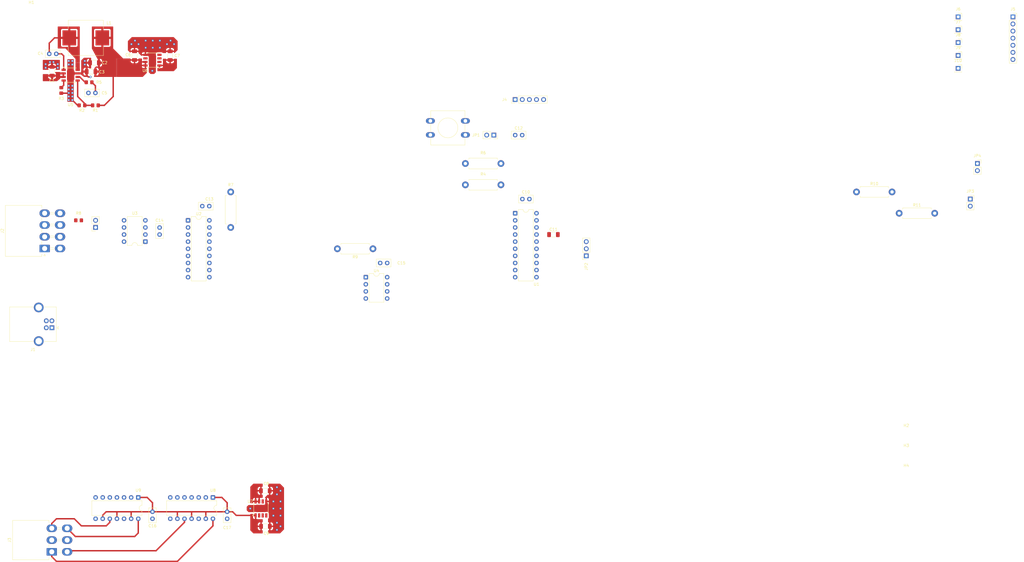
<source format=kicad_pcb>
(kicad_pcb (version 20241229) (generator "pcbnew") (generator_version "9.0")
  (layers (0 "F.Cu" signal) (2 "B.Cu" power) (13 "F.Paste" user) (15 "B.Paste" user) (5 "F.SilkS" user "F.Silkscreen") (7 "B.SilkS" user "B.Silkscreen") (1 "F.Mask" user) (3 "B.Mask" user) (25 "Edge.Cuts" user))
  (net 0 "")
  (net 1 "+12V")
  (net 2 "GND")
  (net 3 "+6.5V")
  (net 4 "Net-(U5-BST)")
  (net 5 "Net-(U5-SW)")
  (net 6 "Net-(C5-Pad2)")
  (net 7 "+5V")
  (net 8 "+5VA")
  (net 9 "Net-(U1-Vusb3v3)")
  (net 10 "Net-(JP1-A)")
  (net 12 "/USB_D+")
  (net 13 "VBUS")
  (net 15 "/USB_D-")
  (net 16 "/CAN_L")
  (net 17 "/Tach")
  (net 18 "/Speed")
  (net 19 "/CAN_H")
  (net 20 "/AN1")
  (net 21 "/AN4")
  (net 22 "/AN2")
  (net 23 "/AN3")
  (net 24 "/ICSP_~{MCLR}")
  (net 25 "/ICSP_CLK")
  (net 26 "/ICSP_DAT")
  (net 27 "/DAC1_~{CS}")
  (net 28 "/MISO")
  (net 29 "/ROM_~{CS}")
  (net 30 "/DAC2_~{CS}")
  (net 31 "/SCK")
  (net 32 "/MOSI")
  (net 33 "/CAN_~{CS}")
  (net 34 "/INT")
  (net 35 "Net-(JP5-B)")
  (net 36 "Net-(U5-FB)")
  (net 37 "Net-(U5-RT{slash}CLK)")
  (net 38 "/~{MCLR}")
  (net 39 "Net-(U5-COMP)")
  (net 41 "/CLK")
  (net 42 "/CAN_RX")
  (net 47 "/CAN_TX")
  (net 68 "/INT{slash}ICSP_CLK")
  (footprint "Connector_PinSocket_2.54mm:PinSocket_1x02_P2.54mm_Vertical" (layer "F.Cu") (at 55.88 134.62 180)
    (property "Reference" "JP5" (hide yes))
    (property "Value" "Term")
  )
  (footprint "Package_DIP:DIP-14_W7.62mm" (layer "F.Cu") (at 97.79 231.14 -90)
    (property "Reference" "U8")
    (property "Value" "MCP4912" (hide yes))
  )
  (footprint "Capacitor_THT:C_Disc_D5.0mm_W2.5mm_P2.50mm" (layer "F.Cu") (at 160.02 147.32 180)
    (property "Reference" "C15")
    (property "Value" "100n" (hide yes))
  )
  (footprint "Connector_PinSocket_2.54mm:PinSocket_1x02_P2.54mm_Vertical" (layer "F.Cu") (at 368.3 124.46)
    (property "Reference" "JP3")
    (property "Value" "USB_PWR")
  )
  (footprint "Capacitor_THT:C_Disc_D5.0mm_W2.5mm_P2.50mm" (layer "F.Cu") (at 93.98 127)
    (property "Reference" "C13")
    (property "Value" "100n" (hide yes))
  )
  (footprint "Connector_PinHeader_2.54mm:PinHeader_1x05_P2.54mm_Vertical" (layer "F.Cu") (at 205.74 88.9 90)
    (property "Reference" "J4")
    (property "Value" "ICSP")
  )
  (footprint "Capacitor_THT:C_Disc_D5.0mm_W2.5mm_P2.50mm" (layer "F.Cu") (at 76.2 236.26 -90)
    (property "Reference" "C16")
    (property "Value" "100n" (hide yes))
  )
  (footprint "Connector_PinSocket_2.54mm:PinSocket_1x03_P2.54mm_Vertical" (layer "F.Cu") (at 231.14 144.78 180)
    (property "Reference" "JP2")
    (property "Value" "Prog")
  )
  (footprint "Connector_PinSocket_2.54mm:PinSocket_1x07_P2.54mm_Vertical" (layer "F.Cu") (at 383.54 59.33)
    (property "Reference" "J5")
    (property "Value" "SPI debug")
  )
  (footprint "Resistor_SMD:R_0805_2012Metric_Pad1.20x1.40mm_HandSolder" (layer "F.Cu") (at 49.8 132.08 180)
    (property "Reference" "R8")
    (property "Value" "120" (hide yes))
  )
  (footprint "Resistor_SMD:R_0805_2012Metric_Pad1.20x1.40mm_HandSolder" (layer "F.Cu") (at 55.8165 90.9705)
    (property "Reference" "R1")
    (property "Value" "73k2" (hide yes))
  )
  (footprint "Connector_PinSocket_2.54mm:PinSocket_1x02_P2.54mm_Vertical" (layer "F.Cu") (at 198.12 101.6 -90)
    (property "Reference" "JP1")
    (property "Value" "~{Prog}")
  )
  (footprint "Capacitor_THT:C_Disc_D5.0mm_W2.5mm_P2.50mm" (layer "F.Cu") (at 39.3265 72.5555)
    (property "Reference" "C4")
    (property "Value" "100n" (hide yes))
  )
  (footprint "Capacitor_THT:C_Disc_D5.0mm_W2.5mm_P2.50mm" (layer "F.Cu") (at 205.74 101.6)
    (property "Reference" "C12")
    (property "Value" "100n" (hide yes))
  )
  (footprint "Capacitor_SMD:C_1206_3216Metric_Pad1.33x1.80mm_HandSolder" (layer "F.Cu") (at 219.4175 137.16)
    (property "Reference" "C11")
    (property "Value" "1u" (hide yes))
  )
  (footprint "Package_DIP:DIP-8_W7.62mm" (layer "F.Cu") (at 152.4 152.4)
    (property "Reference" "U4")
    (property "Value" "25LC160C" (hide yes))
  )
  (footprint "Resistor_THT:R_Axial_DIN0411_L9.9mm_D3.6mm_P12.70mm_Horizontal" (layer "F.Cu") (at 327.66 121.92)
    (property "Reference" "R10")
    (property "Value" "10k")
  )
  (footprint "Capacitor_SMD:C_1206_3216Metric_Pad1.33x1.80mm_HandSolder" (layer "F.Cu") (at 69.7865 73.1905 90)
    (property "Reference" "C6")
    (property "Value" "22u" (hide yes))
  )
  (footprint "Connector_PinSocket_2.54mm:PinSocket_1x01_P2.54mm_Vertical" (layer "F.Cu") (at 363.97 73.13)
    (property "Reference" "J9")
    (property "Value" "Conn_01x01_Socket")
  )
  (footprint "Capacitor_THT:C_Disc_D5.0mm_W2.5mm_P2.50mm" (layer "F.Cu") (at 53.3165 86.5255)
    (property "Reference" "C5")
    (property "Value" "100n" (hide yes))
  )
  (footprint "Resistor_SMD:R_0805_2012Metric_Pad1.20x1.40mm_HandSolder" (layer "F.Cu") (at 43.6245 85.6205 -90)
    (property "Reference" "R3")
    (property "Value" "50k" (hide yes))
  )
  (footprint "Button_Switch_THT:SW_PUSH-12mm" (layer "F.Cu") (at 175.46 96.52)
    (property "Reference" "SW1" (hide yes))
    (property "Value" "Reset")
  )
  (footprint "Resistor_SMD:R_0805_2012Metric_Pad1.20x1.40mm_HandSolder" (layer "F.Cu") (at 51.0065 90.9705)
    (property "Reference" "R2")
    (property "Value" "10k" (hide yes))
  )
  (footprint "Connector_PinSocket_2.54mm:PinSocket_1x01_P2.54mm_Vertical" (layer "F.Cu") (at 363.97 63.93)
    (property "Reference" "J7")
    (property "Value" "Conn_01x01_Socket")
  )
  (footprint "Connector_Molex:Molex_Mini-Fit_Jr_5569-06A2_2x03_P4.20mm_Horizontal" (layer "F.Cu") (at 40.22 250.58 90)
    (property "Reference" "J3")
    (property "Value" "Analog")
  )
  (footprint "Resistor_THT:R_Axial_DIN0411_L9.9mm_D3.6mm_P12.70mm_Horizontal" (layer "F.Cu") (at 342.9 129.54)
    (property "Reference" "R11")
    (property "Value" "10k")
  )
  (footprint "Connector_Molex:Molex_Mini-Fit_Jr_5569-08A2_2x04_P4.20mm_Horizontal" (layer "F.Cu") (at 37.68 142.14 90)
    (property "Reference" "J2")
    (property "Value" "Conn_02x04_Top_Bottom" (hide yes))
  )
  (footprint "Capacitor_THT:C_Disc_D5.0mm_W2.5mm_P2.50mm" (layer "F.Cu") (at 78.74 137.16 90)
    (property "Reference" "C14")
    (property "Value" "100n" (hide yes))
  )
  (footprint "Resistor_SMD:R_0805_2012Metric_Pad1.20x1.40mm_HandSolder" (layer "F.Cu") (at 53.5465 82.7155 180)
    (property "Reference" "R5")
    (property "Value" "12k" (hide yes))
  )
  (footprint "Package_DIP:DIP-14_W7.62mm" (layer "F.Cu") (at 71.12 231.14 -90)
    (property "Reference" "U9")
    (property "Value" "MCP4912" (hide yes))
  )
  (footprint "Connector_USB:USB_B_OST_USB-B1HSxx_Horizontal" (layer "F.Cu") (at 40.27 170.49 180)
    (property "Reference" "J1")
    (property "Value" "USB_B")
  )
  (footprint "Capacitor_SMD:C_1206_3216Metric_Pad1.33x1.80mm_HandSolder" (layer "F.Cu") (at 116.4975 228.75875)
    (property "Reference" "C8")
    (property "Value" "22u" (hide yes))
  )
  (footprint "MountingHole:MountingHole_3.2mm_M3_DIN965" (layer "F.Cu") (at 345.44 209.22)
    (property "Reference" "H2")
    (property "Value" "MountingHole")
  )
  (footprint "MountingHole:MountingHole_3.2mm_M3_DIN965" (layer "F.Cu") (at 345.44 216.37)
    (property "Reference" "H3")
    (property "Value" "MountingHole")
  )
  (footprint "Package_SO:Diodes_SO-8EP" (layer "F.Cu") (at 114.935 235.06625 90)
    (property "Reference" "U7")
    (property "Value" "AP7375Q" (hide yes))
  )
  (footprint "Connector_PinSocket_2.54mm:PinSocket_1x01_P2.54mm_Vertical" (layer "F.Cu") (at 363.97 77.73)
    (property "Reference" "J10")
    (property "Value" "Conn_01x01_Socket")
  )
  (footprint "MountingHole:MountingHole_3.2mm_M3_DIN965" (layer "F.Cu") (at 345.44 223.52)
    (property "Reference" "H4")
    (property "Value" "MountingHole")
  )
  (footprint "Connector_PinSocket_2.54mm:PinSocket_1x02_P2.54mm_Vertical" (layer "F.Cu") (at 370.84 111.76)
    (property "Reference" "JP4")
    (property "Value" "USB_PWR")
  )
  (footprint "Capacitor_SMD:C_1206_3216Metric_Pad1.33x1.80mm_HandSolder" (layer "F.Cu") (at 40.3225 78.7785 90)
    (property "Reference" "C1")
    (property "Value" "22u" (hide yes))
  )
  (footprint "Connector_PinSocket_2.54mm:PinSocket_1x01_P2.54mm_Vertical" (layer "F.Cu") (at 363.97 59.33)
    (property "Reference" "J6")
    (property "Value" "Conn_01x01_Socket")
  )
  (footprint "Package_DIP:DIP-20_W7.62mm" (layer "F.Cu") (at 205.74 129.54)
    (property "Reference" "U1")
    (property "Value" "PIC16F1459-IP" (hide yes))
  )
  (footprint "Package_SO:Diodes_SO-8EP" (layer "F.Cu") (at 46.969 80.1755)
    (property "Reference" "U5")
    (property "Value" "AP64100Q" (hide yes))
  )
  (footprint "Resistor_THT:R_Axial_DIN0411_L9.9mm_D3.6mm_P12.70mm_Horizontal" (layer "F.Cu") (at 154.94 142.24 180)
    (property "Reference" "R9")
    (property "Value" "10k")
  )
  (footprint "Inductor_SMD:L_Wuerth_WE-PD-Typ-LS_Handsoldering" (layer "F.Cu") (at 52.3875 66.8405)
    (property "Reference" "L1")
    (property "Value" "15u" (hide yes))
  )
  (footprint "Package_DIP:DIP-18_W7.62mm" (layer "F.Cu") (at 88.9 132.08)
    (property "Reference" "U2")
    (property "Value" "MCP2515-I/P" (hide yes))
  )
  (footprint "Capacitor_SMD:C_1206_3216Metric_Pad1.33x1.80mm_HandSolder" (layer "F.Cu") (at 54.254 78.9055)
    (property "Reference" "C3")
    (property "Value" "22u" (hide yes))
  )
  (footprint "Resistor_THT:R_Axial_DIN0411_L9.9mm_D3.6mm_P12.70mm_Horizontal" (layer "F.Cu") (at 104.14 121.92 -90)
    (property "Reference" "R7")
    (property "Value" "10k" (hide yes))
  )
  (footprint "Capacitor_THT:C_Disc_D5.0mm_W2.5mm_P2.50mm" (layer "F.Cu") (at 208.32 124.46)
    (property "Reference" "C10")
    (property "Value" "100n" (hide yes))
  )
  (footprint "Capacitor_SMD:C_1206_3216Metric_Pad1.33x1.80mm_HandSolder" (layer "F.Cu") (at 55.474 75.7305)
    (property "Reference" "C2")
    (property "Value" "22u" (hide yes))
  )
  (footprint "Connector_PinSocket_2.54mm:PinSocket_1x01_P2.54mm_Vertical" (layer "F.Cu") (at 363.97 68.53)
    (property "Reference" "J8")
    (property "Value" "Conn_01x01_Socket")
  )
  (footprint "Resistor_THT:R_Axial_DIN0411_L9.9mm_D3.6mm_P12.70mm_Horizontal" (layer "F.Cu") (at 200.66 111.76 180)
    (property "Reference" "R6")
    (property "Value" "10k" (hide yes))
  )
  (footprint "Capacitor_SMD:C_1206_3216Metric_Pad1.33x1.80mm_HandSolder" (layer "F.Cu") (at 116.5475 241.45875)
    (property "Reference" "C9")
    (property "Value" "22u" (hide yes))
  )
  (footprint "MountingHole:MountingHole_3.2mm_M3_DIN965" (layer "F.Cu") (at 32.9565 57.9505)
    (property "Reference" "H1")
    (property "Value" "MountingHole")
  )
  (footprint "Package_DIP:DIP-8_W7.62mm" (layer "F.Cu") (at 73.66 139.7 180)
    (property "Reference" "U3")
    (property "Value" "MCP2561-E-P" (hide yes))
  )
  (footprint "Capacitor_THT:C_Disc_D5.0mm_W2.5mm_P2.50mm" (layer "F.Cu") (at 102.87 236.26 -90)
    (property "Reference" "C17")
    (property "Value" "100n" (hide yes))
  )
  (footprint "Capacitor_SMD:C_1206_3216Metric_Pad1.33x1.80mm_HandSolder" (layer "F.Cu") (at 82.4865 73.1905 90)
    (property "Reference" "C7")
    (property "Value" "22u" (hide yes))
  )
  (footprint "Package_SO:Diodes_SO-8EP" (layer "F.Cu") (at 76.179 74.803 180)
    (property "Reference" "U6")
    (property "Value" "AP7375Q" (hide yes))
  )
  (footprint "Resistor_THT:R_Axial_DIN0411_L9.9mm_D3.6mm_P12.70mm_Horizontal" (layer "F.Cu") (at 187.96 119.38)
    (property "Reference" "R4")
    (property "Value" "220" (hide yes))
  )
  (segment (start 49.4665 90.9705) (end 47.5615 89.0655) (width 0.508) (layer "F.Cu") (net 2))
  (segment (start 54.0385 80.8105) (end 53.2765 80.8105) (width 0.508) (layer "F.Cu") (net 2))
  (segment (start 46.1965 86.6205) (end 46.2915 86.5255) (width 0.508) (layer "F.Cu") (net 2))
  (segment (start 53.2765 80.8105) (end 52.6915 80.2255) (width 0.508) (layer "F.Cu") (net 2))
  (segment (start 52.6915 80.2255) (end 52.6915 78.9055) (width 0.508) (layer "F.Cu") (net 2))
  (segment (start 50.0065 90.9705) (end 49.4665 90.9705) (width 0.508) (layer "F.Cu") (net 2))
  (segment (start 43.6245 86.6205) (end 46.1965 86.6205) (width 0.508) (layer "F.Cu") (net 2))
  (via (at 121.92 232.56875) (size 0.8128) (drill 0.4) (layers "F.Cu" "B.Cu") (net 2))
  (via (at 39.5605 75.4765) (size 0.8128) (drill 0.4) (layers "F.Cu" "B.Cu") (net 2))
  (via (at 47.5615 89.0655) (size 0.8128) (drill 0.4) (layers "F.Cu" "B.Cu") (net 2))
  (via (at 76.29525 70.358) (size 0.8128) (drill 0.4) (layers "F.Cu" "B.Cu") (net 2))
  (via (at 46.2915 89.0655) (size 0.8128) (drill 0.4) (layers "F.Cu" "B.Cu") (net 2))
  (via (at 120.65 227.48875) (size 0.8128) (drill 0.4) (layers "F.Cu" "B.Cu") (net 2))
  (via (at 46.2915 76.3655) (size 0.8128) (drill 0.4) (layers "F.Cu" "B.Cu") (net 2))
  (via (at 68.67525 69.088) (size 0.8128) (drill 0.4) (layers "F.Cu" "B.Cu") (net 2))
  (via (at 119.38 232.56875) (size 0.8128) (drill 0.4) (layers "F.Cu" "B.Cu") (net 2))
  (via (at 78.83525 67.818) (size 0.8128) (drill 0.4) (layers "F.Cu" "B.Cu") (net 2))
  (via (at 46.2915 85.2555) (size 0.8128) (drill 0.4) (layers "F.Cu" "B.Cu") (net 2))
  (via (at 78.83525 70.358) (size 0.8128) (drill 0.4) (layers "F.Cu" "B.Cu") (net 2))
  (via (at 120.65 242.72875) (size 0.8128) (drill 0.4) (layers "F.Cu" "B.Cu") (net 2))
  (via (at 52.0065 75.0955) (size 0.8128) (drill 0.4) (layers "F.Cu" "B.Cu") (net 2))
  (via (at 83.91525 69.088) (size 0.8128) (drill 0.4) (layers "F.Cu" "B.Cu") (net 2))
  (via (at 47.5615 76.3655) (size 0.8128) (drill 0.4) (layers "F.Cu" "B.Cu") (net 2))
  (via (at 121.92 241.45875) (size 0.8128) (drill 0.4) (layers "F.Cu" "B.Cu") (net 2))
  (via (at 73.75525 70.358) (size 0.8128) (drill 0.4) (layers "F.Cu" "B.Cu") (net 2))
  (via (at 47.5615 87.7955) (size 0.8128) (drill 0.4) (layers "F.Cu" "B.Cu") (net 2))
  (via (at 120.65 240.18875) (size 0.8128) (drill 0.4) (layers "F.Cu" "B.Cu") (net 2))
  (via (at 38.0365 77.5085) (size 0.8128) (drill 0.4) (layers "F.Cu" "B.Cu") (net 2))
  (via (at 71.21525 69.088) (size 0.8128) (drill 0.4) (layers "F.Cu" "B.Cu") (net 2))
  (via (at 120.65 230.02875) (size 0.8128) (drill 0.4) (layers "F.Cu" "B.Cu") (net 2))
  (via (at 47.5615 86.5255) (size 0.8128) (drill 0.4) (layers "F.Cu" "B.Cu") (net 2))
  (via (at 54.0385 80.8105) (size 0.8128) (drill 0.4) (layers "F.Cu" "B.Cu") (net 2))
  (via (at 38.0365 76.2385) (size 0.8128) (drill 0.4) (layers "F.Cu" "B.Cu") (net 2))
  (via (at 119.38 237.64875) (size 0.8128) (drill 0.4) (layers "F.Cu" "B.Cu") (net 2))
  (via (at 47.5615 85.2555) (size 0.8128) (drill 0.4) (layers "F.Cu" "B.Cu") (net 2))
  (via (at 119.38 235.10875) (size 0.8128) (drill 0.4) (layers "F.Cu" "B.Cu") (net 2))
  (via (at 76.29525 67.818) (size 0.8128) (drill 0.4) (layers "F.Cu" "B.Cu") (net 2))
  (via (at 121.92 228.75875) (size 0.8128) (drill 0.4) (layers "F.Cu" "B.Cu") (net 2))
  (via (at 52.0065 76.3655) (size 0.8128) (drill 0.4) (layers "F.Cu" "B.Cu") (net 2))
  (via (at 42.3545 76.2385) (size 0.8128) (drill 0.4) (layers "F.Cu" "B.Cu") (net 2))
  (via (at 46.2915 87.7955) (size 0.8128) (drill 0.4) (layers "F.Cu" "B.Cu") (net 2))
  (via (at 42.3545 77.5085) (size 0.8128) (drill 0.4) (layers "F.Cu" "B.Cu") (net 2))
  (via (at 121.92 235.10875) (size 0.8128) (drill 0.4) (layers "F.Cu" "B.Cu") (net 2))
  (via (at 46.2915 86.5255) (size 0.8128) (drill 0.4) (layers "F.Cu" "B.Cu") (net 2))
  (via (at 82.64525 67.818) (size 0.8128) (drill 0.4) (layers "F.Cu" "B.Cu") (net 2))
  (via (at 69.94525 67.818) (size 0.8128) (drill 0.4) (layers "F.Cu" "B.Cu") (net 2))
  (via (at 40.8305 75.4765) (size 0.8128) (drill 0.4) (layers "F.Cu" "B.Cu") (net 2))
  (via (at 76.1365 78.613) (size 0.8128) (drill 0.4) (layers "F.Cu" "B.Cu") (net 2))
  (via (at 46.2915 83.9855) (size 0.8128) (drill 0.4) (layers "F.Cu" "B.Cu") (net 2))
  (via (at 46.2915 75.0955) (size 0.8128) (drill 0.4) (layers "F.Cu" "B.Cu") (net 2))
  (via (at 121.92 237.64875) (size 0.8128) (drill 0.4) (layers "F.Cu" "B.Cu") (net 2))
  (via (at 47.5615 83.9855) (size 0.8128) (drill 0.4) (layers "F.Cu" "B.Cu") (net 2))
  (via (at 81.37525 69.088) (size 0.8128) (drill 0.4) (layers "F.Cu" "B.Cu") (net 2))
  (via (at 73.75525 67.818) (size 0.8128) (drill 0.4) (layers "F.Cu" "B.Cu") (net 2))
  (via (at 111.125 235.10875) (size 0.8128) (drill 0.4) (layers "F.Cu" "B.Cu") (net 2))
  (via (at 47.5615 75.0955) (size 0.8128) (drill 0.4) (layers "F.Cu" "B.Cu") (net 2))
  (segment (start 60.8965 78.9055) (end 55.8165 78.9055) (width 0.508) (layer "F.Cu") (net 3))
  (segment (start 62.1665 87.7955) (end 62.1665 80.1755) (width 0.508) (layer "F.Cu") (net 3))
  (segment (start 62.1665 80.1755) (end 60.8965 78.9055) (width 0.508) (layer "F.Cu") (net 3))
  (segment (start 56.8165 90.9705) (end 58.9915 90.9705) (width 0.508) (layer "F.Cu") (net 3))
  (segment (start 58.9915 90.9705) (end 62.1665 87.7955) (width 0.508) (layer "F.Cu") (net 3))
  (segment (start 44.4715 78.2705) (end 44.4715 73.2755) (width 0.508) (layer "F.Cu") (net 4))
  (segment (start 44.4715 73.2755) (end 43.7515 72.5555) (width 0.508) (layer "F.Cu") (net 4))
  (segment (start 43.7515 72.5555) (end 41.8265 72.5555) (width 0.508) (layer "F.Cu") (net 4))
  (segment (start 39.3265 72.5555) (end 39.3265 68.7255) (width 0.508) (layer "F.Cu") (net 5))
  (segment (start 41.2115 66.8405) (end 46.4875 66.8405) (width 0.508) (layer "F.Cu") (net 5))
  (segment (start 39.3265 68.7255) (end 41.2115 66.8405) (width 0.508) (layer "F.Cu") (net 5))
  (segment (start 55.8165 83.9855) (end 54.5465 82.7155) (width 0.508) (layer "F.Cu") (net 6))
  (segment (start 55.8165 86.5255) (end 55.8165 83.9855) (width 0.508) (layer "F.Cu") (net 6))
  (segment (start 90.17 238.76) (end 90.17 236.26) (width 0.508) (layer "F.Cu") (net 8))
  (segment (start 95.25 238.76) (end 95.25 236.26) (width 0.508) (layer "F.Cu") (net 8))
  (segment (start 85.09 236.26) (end 76.2 236.26) (width 0.508) (layer "F.Cu") (net 8))
  (segment (start 113.03 237.56375) (end 106.11875 237.56375) (width 0.508) (layer "F.Cu") (net 8))
  (segment (start 100.965 231.14) (end 102.87 233.045) (width 0.508) (layer "F.Cu") (net 8))
  (segment (start 68.58 238.76) (end 68.58 236.26) (width 0.508) (layer "F.Cu") (net 8))
  (segment (start 102.87 236.26) (end 95.25 236.26) (width 0.508) (layer "F.Cu") (net 8))
  (segment (start 102.87 233.045) (end 102.87 236.26) (width 0.508) (layer "F.Cu") (net 8))
  (segment (start 71.12 231.14) (end 74.295 231.14) (width 0.508) (layer "F.Cu") (net 8))
  (segment (start 97.79 231.14) (end 100.965 231.14) (width 0.508) (layer "F.Cu") (net 8))
  (segment (start 90.17 236.26) (end 85.09 236.26) (width 0.508) (layer "F.Cu") (net 8))
  (segment (start 74.295 231.14) (end 76.2 233.045) (width 0.508) (layer "F.Cu") (net 8))
  (segment (start 58.42 237.49) (end 58.42 238.76) (width 0.508) (layer "F.Cu") (net 8))
  (segment (start 63.5 236.26) (end 59.65 236.26) (width 0.508) (layer "F.Cu") (net 8))
  (segment (start 95.25 236.26) (end 90.17 236.26) (width 0.508) (layer "F.Cu") (net 8))
  (segment (start 76.2 236.26) (end 68.58 236.26) (width 0.508) (layer "F.Cu") (net 8))
  (segment (start 68.58 236.26) (end 63.5 236.26) (width 0.508) (layer "F.Cu") (net 8))
  (segment (start 106.11875 237.56375) (end 104.815 236.26) (width 0.508) (layer "F.Cu") (net 8))
  (segment (start 85.09 238.76) (end 85.09 236.26) (width 0.508) (layer "F.Cu") (net 8))
  (segment (start 104.815 236.26) (end 102.87 236.26) (width 0.508) (layer "F.Cu") (net 8))
  (segment (start 59.65 236.26) (end 58.42 237.49) (width 0.508) (layer "F.Cu") (net 8))
  (segment (start 63.5 238.76) (end 63.5 236.26) (width 0.508) (layer "F.Cu") (net 8))
  (segment (start 76.2 233.045) (end 76.2 236.26) (width 0.508) (layer "F.Cu") (net 8))
  (segment (start 97.79 238.76) (end 97.79 241.3) (width 0.508) (layer "F.Cu") (net 20))
  (segment (start 85.09 254) (end 41.91 254) (width 0.508) (layer "F.Cu") (net 20))
  (segment (start 40.22 252.31) (end 40.22 250.58) (width 0.508) (layer "F.Cu") (net 20))
  (segment (start 41.91 254) (end 40.22 252.31) (width 0.508) (layer "F.Cu") (net 20))
  (segment (start 97.79 241.3) (end 85.09 254) (width 0.508) (layer "F.Cu") (net 20))
  (segment (start 48.26 238.76) (end 41.91 238.76) (width 0.508) (layer "F.Cu") (net 21))
  (segment (start 50.8 241.3) (end 48.26 238.76) (width 0.508) (layer "F.Cu") (net 21))
  (segment (start 41.91 238.76) (end 40.22 240.45) (width 0.508) (layer "F.Cu") (net 21))
  (segment (start 60.96 240.03) (end 59.69 241.3) (width 0.508) (layer "F.Cu") (net 21))
  (segment (start 40.22 240.45) (end 40.22 242.18) (width 0.508) (layer "F.Cu") (net 21))
  (segment (start 59.69 241.3) (end 50.8 241.3) (width 0.508) (layer "F.Cu") (net 21))
  (segment (start 60.96 238.76) (end 60.96 240.03) (width 0.508) (layer "F.Cu") (net 21))
  (segment (start 87.63 238.76) (end 87.63 240.03) (width 0.508) (layer "F.Cu") (net 22))
  (segment (start 46.11 250.19) (end 45.72 250.58) (width 0.508) (layer "F.Cu") (net 22))
  (segment (start 87.63 240.03) (end 77.47 250.19) (width 0.508) (layer "F.Cu") (net 22))
  (segment (start 77.47 250.19) (end 46.11 250.19) (width 0.508) (layer "F.Cu") (net 22))
  (segment (start 69.85 245.11) (end 48.65 245.11) (width 0.508) (layer "F.Cu") (net 23))
  (segment (start 71.12 238.76) (end 71.12 243.84) (width 0.508) (layer "F.Cu") (net 23))
  (segment (start 48.65 245.11) (end 45.72 242.18) (width 0.508) (layer "F.Cu") (net 23))
  (segment (start 71.12 243.84) (end 69.85 245.11) (width 0.508) (layer "F.Cu") (net 23))
  (segment (start 49.4665 87.7955) (end 52.0065 90.3355) (width 0.508) (layer "F.Cu") (net 36))
  (segment (start 52.0065 90.9705) (end 54.8165 90.9705) (width 0.508) (layer "F.Cu") (net 36))
  (segment (start 49.4665 82.0805) (end 49.4665 87.7955) (width 0.508) (layer "F.Cu") (net 36))
  (segment (start 52.0065 90.3355) (end 52.0065 90.9705) (width 0.508) (layer "F.Cu") (net 36))
  (segment (start 44.4715 83.7735) (end 43.6245 84.6205) (width 0.508) (layer "F.Cu") (net 37))
  (segment (start 44.4715 82.0805) (end 44.4715 83.7735) (width 0.508) (layer "F.Cu") (net 37))
  (segment (start 50.2285 80.8105) (end 52.1335 82.7155) (width 0.508) (layer "F.Cu") (net 39))
  (segment (start 52.1335 82.7155) (end 52.5465 82.7155) (width 0.508) (layer "F.Cu") (net 39))
  (segment (start 49.4665 80.8105) (end 50.2285 80.8105) (width 0.508) (layer "F.Cu") (net 39))
  (zone (net 7) (net_name "+5V") (layer "F.Cu") (priority 9) (connect_pads (clearance 0.5)) (min_thickness 0.25) (fill yes (thermal_gap 0.508) (thermal_bridge_width 0.508) (island_removal_mode 1) (island_area_min 9.999999))
    (polygon (pts (xy 84.93125 74.295) (xy 84.93125 77.62875) (xy 83.82 78.74) (xy 77.94625 78.74) (xy 77.94625 76.2) (xy 79.85125 76.2) (xy 79.85125 74.295)))
  )
  (zone (net 2) (net_name "GND") (layer "F.Cu") (priority 7) (connect_pads yes (clearance 0.5)) (min_thickness 0.25) (fill yes (thermal_gap 0.508) (thermal_bridge_width 0.762) (island_removal_mode 1) (island_area_min 9.999999))
    (polygon (pts (xy 109.855 235.74375) (xy 110.49 236.37875) (xy 120.65 236.37875) (xy 120.65 231.29875) (xy 116.205 231.29875) (xy 116.205 233.83875) (xy 110.49 233.83875) (xy 109.855 234.47375)))
  )
  (zone (net 5) (net_name "Net-(U5-SW)") (layer "F.Cu") (priority 4) (connect_pads (clearance 0.5)) (min_thickness 0.25) (fill yes (thermal_gap 0.508) (thermal_bridge_width 0.762) (island_removal_mode 1) (island_area_min 9.999999))
    (polygon (pts (xy 48.7045 75.7305) (xy 48.7045 74.343269) (xy 45.1485 70.6505) (xy 42.3545 70.6505) (xy 42.3545 62.7765) (xy 50.2285 62.7765) (xy 50.2285 75.7305)))
  )
  (zone (net 2) (net_name "GND") (layer "F.Cu") (priority 8) (connect_pads (clearance 0.5)) (min_thickness 0.25) (fill yes (thermal_gap 0.508) (thermal_bridge_width 0.508) (island_removal_mode 1) (island_area_min 9.999999))
    (polygon (pts (xy 84.113688 72.263) (xy 85.18525 71.191438) (xy 85.18525 67.97675) (xy 83.7565 66.548) (xy 68.834 66.548) (xy 67.40525 67.97675) (xy 67.40525 71.3105) (xy 68.35775 72.263) (xy 71.21525 72.263) (xy 72.48525 73.533) (xy 74.39025 73.533) (xy 74.39025 72.263)))
  )
  (zone (net 2) (net_name "GND") (layer "F.Cu") (connect_pads (clearance 0.5)) (min_thickness 0.25) (fill yes (thermal_gap 0.508) (thermal_bridge_width 0.762) (island_removal_mode 1) (island_area_min 9.999999))
    (polygon (pts (xy 37.0205 78.2705) (xy 37.0205 74.7145) (xy 43.1165 74.7145) (xy 43.1165 78.2705)))
  )
  (zone (net 2) (net_name "GND") (layer "F.Cu") (priority 7) (connect_pads yes (clearance 0.5)) (min_thickness 0.25) (fill yes (thermal_gap 0.508) (thermal_bridge_width 0.762) (island_removal_mode 1) (island_area_min 9.999999))
    (polygon (pts (xy 76.7715 79.756) (xy 77.4065 79.121) (xy 77.4065 68.961) (xy 72.3265 68.961) (xy 72.3265 73.406) (xy 74.8665 73.406) (xy 74.8665 79.121) (xy 75.5015 79.756)))
  )
  (zone (net 3) (net_name "+6.5V") (layer "F.Cu") (priority 10) (connect_pads (clearance 0.5)) (min_thickness 0.25) (fill yes (thermal_gap 0.508) (thermal_bridge_width 0.508) (island_removal_mode 1) (island_area_min 9.999999))
    (polygon (pts (xy 63.4365 74.2065) (xy 72.5805 74.2065) (xy 72.5805 74.7145) (xy 74.2315 74.7145) (xy 74.2315 79.2865) (xy 72.7075 80.8105) (xy 63.4365 80.8105)))
  )
  (zone (net 2) (net_name "GND") (layer "F.Cu") (priority 2) (connect_pads (clearance 0.5)) (min_thickness 0.25) (fill yes (thermal_gap 0.508) (thermal_bridge_width 0.762))
    (polygon (pts (xy 48.9585 79.0325) (xy 50.292 79.0325) (xy 50.7365 78.588) (xy 50.7365 74.905) (xy 51.689 73.9525) (xy 54.2925 73.9525) (xy 54.2925 77.7625) (xy 53.2765 77.7625) (xy 53.2765 80.4295) (xy 52.8955 80.8105) (xy 51.7525 80.8105) (xy 50.7365 80.0485) (xy 48.9585 80.0485)))
  )
  (zone (net 2) (net_name "GND") (layer "F.Cu") (priority 8) (connect_pads (clearance 0.5)) (min_thickness 0.25) (fill yes (thermal_gap 0.508) (thermal_bridge_width 0.508) (island_removal_mode 1) (island_area_min 9.999999))
    (polygon (pts (xy 117.475 243.99875) (xy 121.76125 243.99875) (xy 123.19 242.57) (xy 123.19 227.6475) (xy 121.76125 226.21875) (xy 117.475 226.21875) (xy 117.475 230.02875) (xy 116.205 231.29875) (xy 116.205 233.20375) (xy 117.475 233.20375)))
  )
  (zone (net 5) (net_name "Net-(U5-SW)") (layer "F.Cu") (priority 3) (connect_pads yes (clearance 0.5)) (min_thickness 0.25) (fill yes (thermal_gap 0.508) (thermal_bridge_width 0.762) (island_removal_mode 1) (island_area_min 9.999999))
    (polygon (pts (xy 48.7045 78.7785) (xy 50.2285 78.7785) (xy 50.2285 74.4605) (xy 48.7045 74.4605)))
  )
  (zone (net 3) (net_name "+6.5V") (layer "F.Cu") (priority 5) (connect_pads (clearance 0.5)) (min_thickness 0.25) (fill yes (thermal_gap 0.508) (thermal_bridge_width 0.762) (island_removal_mode 1) (island_area_min 9.999999))
    (polygon (pts (xy 55.3085 80.8105) (xy 55.3085 77.7625) (xy 56.5785 76.4925) (xy 56.5785 74.424214) (xy 54.5465 70.6505) (xy 54.5465 62.7765) (xy 62.1665 62.7765) (xy 62.1665 70.6505) (xy 65.7225 74.2065) (xy 65.7225 80.8105)))
  )
  (zone (net 2) (net_name "GND") (layer "F.Cu") (priority 1) (connect_pads yes (clearance 0.5)) (min_thickness 0.25) (fill yes (thermal_gap 0.3048) (thermal_bridge_width 0.762))
    (polygon (pts (xy 45.7835 74.4605) (xy 45.7835 89.7005) (xy 48.0695 89.7005) (xy 48.0695 80.5565) (xy 48.4505 80.0485) (xy 50.3555 80.0485) (xy 50.3555 79.0325) (xy 48.4505 79.0325) (xy 48.0695 78.461) (xy 48.0695 74.4605)))
  )
  (zone (net 3) (net_name "+6.5V") (layer "F.Cu") (priority 10) (connect_pads (clearance 0.5)) (min_thickness 0.25) (fill yes (thermal_gap 0.508) (thermal_bridge_width 0.508) (island_removal_mode 1) (island_area_min 9.999999))
    (polygon (pts (xy 115.57 226.21875) (xy 115.57 231.29875) (xy 114.935 231.29875) (xy 114.935 233.20375) (xy 111.125 233.20375) (xy 111.125 227.33) (xy 112.23625 226.21875)))
  )
  (zone (net 1) (net_name "+12V") (layer "F.Cu") (priority 6) (connect_pads (clearance 0.5)) (min_thickness 0.25) (fill yes (thermal_gap 0.508) (thermal_bridge_width 0.762) (island_removal_mode 1) (island_area_min 9.999999))
    (polygon (pts (xy 37.0205 79.7945) (xy 40.3225 79.7945) (xy 41.592499 79.0325) (xy 44.6405 79.0325) (xy 44.6405 81.3185) (xy 43.3705 81.3185) (xy 42.1005 82.3345) (xy 37.0205 82.3345)))
  )
  (zone (net 8) (net_name "+5VA") (layer "F.Cu") (priority 9) (connect_pads (clearance 0.5)) (min_thickness 0.25) (fill yes (thermal_gap 0.508) (thermal_bridge_width 0.508) (island_removal_mode 1) (island_area_min 9.999999))
    (polygon (pts (xy 115.57 243.99875) (xy 112.23625 243.99875) (xy 111.125 242.8875) (xy 111.125 237.01375) (xy 113.665 237.01375) (xy 113.665 238.91875) (xy 115.57 238.91875)))
  )
)
</source>
